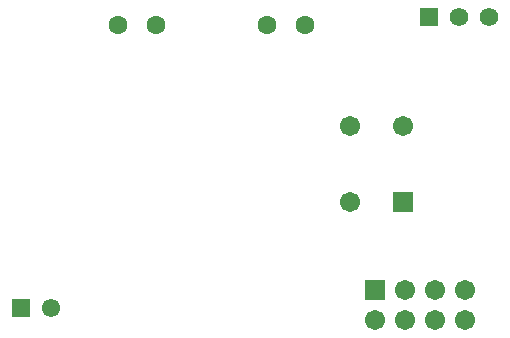
<source format=gbs>
G04*
G04 #@! TF.GenerationSoftware,Altium Limited,Altium Designer,24.3.1 (35)*
G04*
G04 Layer_Color=16711935*
%FSLAX44Y44*%
%MOMM*%
G71*
G04*
G04 #@! TF.SameCoordinates,3191A570-1A6B-4277-BA42-F0865F8515EA*
G04*
G04*
G04 #@! TF.FilePolarity,Negative*
G04*
G01*
G75*
%ADD13C,1.7112*%
%ADD14R,1.7112X1.7112*%
%ADD15C,1.5732*%
%ADD16R,1.5732X1.5732*%
%ADD17C,1.5982*%
%ADD18C,1.5500*%
%ADD19R,1.5500X1.5500*%
%ADD20R,1.7112X1.7112*%
D13*
X411480Y44670D02*
D03*
Y19270D02*
D03*
X386080Y44670D02*
D03*
Y19270D02*
D03*
X360680Y44670D02*
D03*
Y19270D02*
D03*
X335280D02*
D03*
X314050Y183770D02*
D03*
Y118770D02*
D03*
X359050Y183770D02*
D03*
D14*
X335280Y44670D02*
D03*
D15*
X431800Y275590D02*
D03*
X406400D02*
D03*
D16*
X381000D02*
D03*
D17*
X275540Y269240D02*
D03*
X243840D02*
D03*
X149690D02*
D03*
X117990D02*
D03*
D18*
X60760Y29040D02*
D03*
D19*
X35760D02*
D03*
D20*
X359050Y118770D02*
D03*
M02*

</source>
